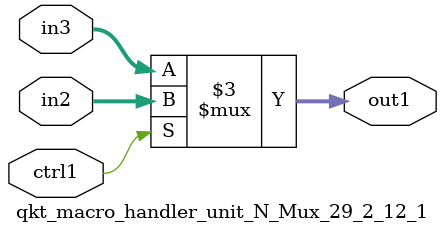
<source format=v>

`timescale 1ps / 1ps


module qkt_macro_handler_unit_N_Mux_29_2_12_1( in3, in2, ctrl1, out1 );

    input [28:0] in3;
    input [28:0] in2;
    input ctrl1;
    output [28:0] out1;
    reg [28:0] out1;

    
    // rtl_process:qkt_macro_handler_unit_N_Mux_29_2_12_1/qkt_macro_handler_unit_N_Mux_29_2_12_1_thread_1
    always @*
      begin : qkt_macro_handler_unit_N_Mux_29_2_12_1_thread_1
        case (ctrl1) 
          1'b1: 
            begin
              out1 = in2;
            end
          default: 
            begin
              out1 = in3;
            end
        endcase
      end

endmodule





</source>
